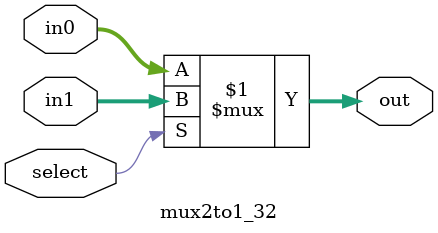
<source format=v>
module mux2to1_32(select,in0,in1,out);
	input select;
	input [31:0] in0, in1;
	output [31:0] out;
	assign out = select ? in1: in0;//select=1 in1 ,select=0 in0
endmodule

</source>
